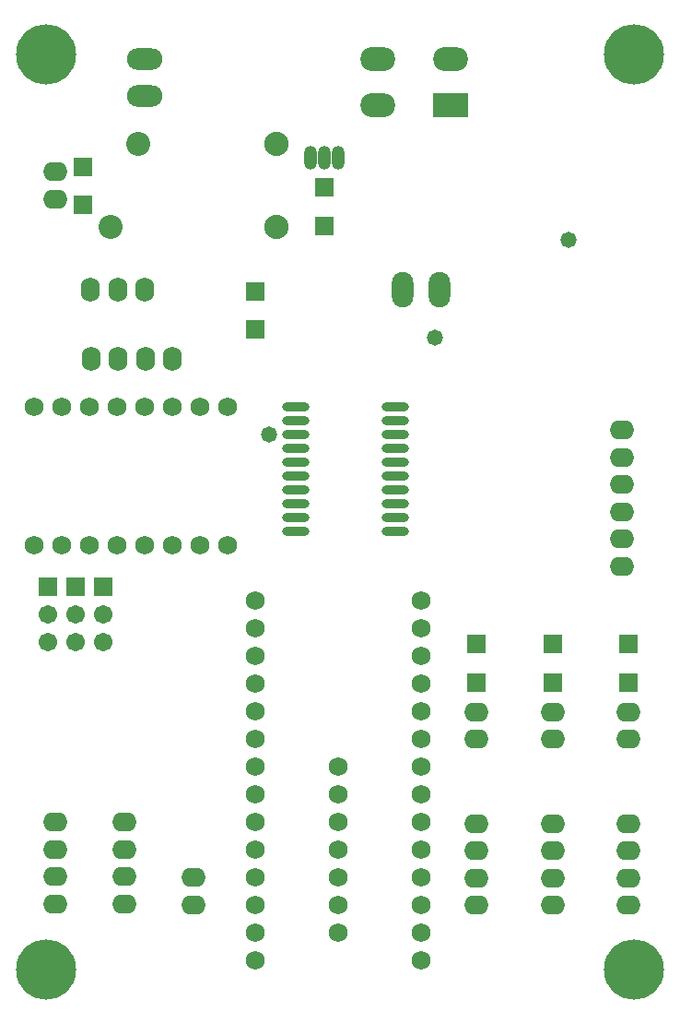
<source format=gbs>
G04 Layer_Color=16711935*
%FSLAX25Y25*%
%MOIN*%
G70*
G01*
G75*
%ADD38O,0.08800X0.06800*%
%ADD39C,0.21745*%
%ADD40C,0.06800*%
%ADD41C,0.08800*%
%ADD42C,0.08674*%
%ADD43C,0.06706*%
%ADD44R,0.06706X0.06706*%
%ADD45O,0.04737X0.08674*%
%ADD46O,0.04737X0.08674*%
%ADD47O,0.07800X0.12800*%
%ADD48O,0.12611X0.08674*%
%ADD49R,0.12611X0.08674*%
%ADD50O,0.12800X0.07800*%
%ADD51O,0.06800X0.08800*%
%ADD52C,0.05800*%
%ADD53O,0.09855X0.03162*%
D38*
X222500Y95000D02*
D03*
Y104842D02*
D03*
X167500Y95000D02*
D03*
Y104842D02*
D03*
X195000Y95000D02*
D03*
Y104842D02*
D03*
X15000Y300000D02*
D03*
Y290158D02*
D03*
Y35472D02*
D03*
Y45315D02*
D03*
Y55158D02*
D03*
Y65000D02*
D03*
X40000Y35472D02*
D03*
Y45315D02*
D03*
Y55158D02*
D03*
Y65000D02*
D03*
X65000Y45000D02*
D03*
Y35157D02*
D03*
X195000Y64528D02*
D03*
Y54685D02*
D03*
Y44842D02*
D03*
Y35000D02*
D03*
X167500Y64528D02*
D03*
Y54685D02*
D03*
Y44842D02*
D03*
Y35000D02*
D03*
X222500Y64528D02*
D03*
Y54685D02*
D03*
Y44842D02*
D03*
Y35000D02*
D03*
X220000Y206713D02*
D03*
Y196870D02*
D03*
Y187028D02*
D03*
Y177185D02*
D03*
Y167342D02*
D03*
Y157500D02*
D03*
D39*
X224410Y342520D02*
D03*
Y11811D02*
D03*
X11811D02*
D03*
Y342520D02*
D03*
D40*
X7500Y215000D02*
D03*
X17500D02*
D03*
X27500D02*
D03*
X37500D02*
D03*
X47500D02*
D03*
X57500D02*
D03*
X67500D02*
D03*
X77500D02*
D03*
Y165000D02*
D03*
X67500D02*
D03*
X57500D02*
D03*
X47500D02*
D03*
X37500D02*
D03*
X27500D02*
D03*
X17500D02*
D03*
X7500D02*
D03*
X87500Y135000D02*
D03*
Y125000D02*
D03*
Y115000D02*
D03*
Y105000D02*
D03*
Y95000D02*
D03*
Y85000D02*
D03*
Y75000D02*
D03*
Y65000D02*
D03*
Y55000D02*
D03*
Y45000D02*
D03*
Y35000D02*
D03*
Y25000D02*
D03*
Y15000D02*
D03*
X147500D02*
D03*
Y25000D02*
D03*
Y35000D02*
D03*
Y45000D02*
D03*
Y55000D02*
D03*
Y65000D02*
D03*
Y75000D02*
D03*
Y85000D02*
D03*
Y95000D02*
D03*
Y105000D02*
D03*
Y115000D02*
D03*
X117500Y65000D02*
D03*
Y55000D02*
D03*
Y45000D02*
D03*
Y35000D02*
D03*
Y25000D02*
D03*
Y85000D02*
D03*
Y75000D02*
D03*
X147500Y125000D02*
D03*
Y135000D02*
D03*
Y145000D02*
D03*
X87500D02*
D03*
D41*
X95000Y280000D02*
D03*
Y310000D02*
D03*
D42*
X45000D02*
D03*
X35000Y280000D02*
D03*
D43*
X12500Y130000D02*
D03*
Y140000D02*
D03*
X22500Y130000D02*
D03*
Y140000D02*
D03*
X32500Y130000D02*
D03*
Y140000D02*
D03*
D44*
X167500Y115610D02*
D03*
Y129390D02*
D03*
X195000Y115610D02*
D03*
Y129390D02*
D03*
X222500Y115610D02*
D03*
Y129390D02*
D03*
X25000Y288110D02*
D03*
Y301890D02*
D03*
X87500Y256890D02*
D03*
Y243110D02*
D03*
X112500Y294390D02*
D03*
Y280610D02*
D03*
X12500Y150000D02*
D03*
X22500D02*
D03*
X32500D02*
D03*
D45*
X117500Y305000D02*
D03*
D46*
X112500D02*
D03*
X107500D02*
D03*
D47*
X140610Y257500D02*
D03*
X153996D02*
D03*
D48*
X131909Y340768D02*
D03*
Y324232D02*
D03*
X158091Y340768D02*
D03*
D49*
Y324232D02*
D03*
D50*
X47500Y327500D02*
D03*
Y340886D02*
D03*
D51*
Y257500D02*
D03*
X37657D02*
D03*
X27815D02*
D03*
X57500Y232500D02*
D03*
X47657D02*
D03*
X37815D02*
D03*
X27972D02*
D03*
D52*
X200787Y275590D02*
D03*
X92500Y205000D02*
D03*
X152500Y240000D02*
D03*
D53*
X102087Y170000D02*
D03*
Y175000D02*
D03*
Y180000D02*
D03*
Y185000D02*
D03*
Y190000D02*
D03*
Y195000D02*
D03*
Y200000D02*
D03*
Y205000D02*
D03*
Y210000D02*
D03*
Y215000D02*
D03*
X137913Y170000D02*
D03*
Y175000D02*
D03*
Y180000D02*
D03*
Y185000D02*
D03*
Y190000D02*
D03*
Y195000D02*
D03*
Y200000D02*
D03*
Y205000D02*
D03*
Y210000D02*
D03*
Y215000D02*
D03*
M02*

</source>
